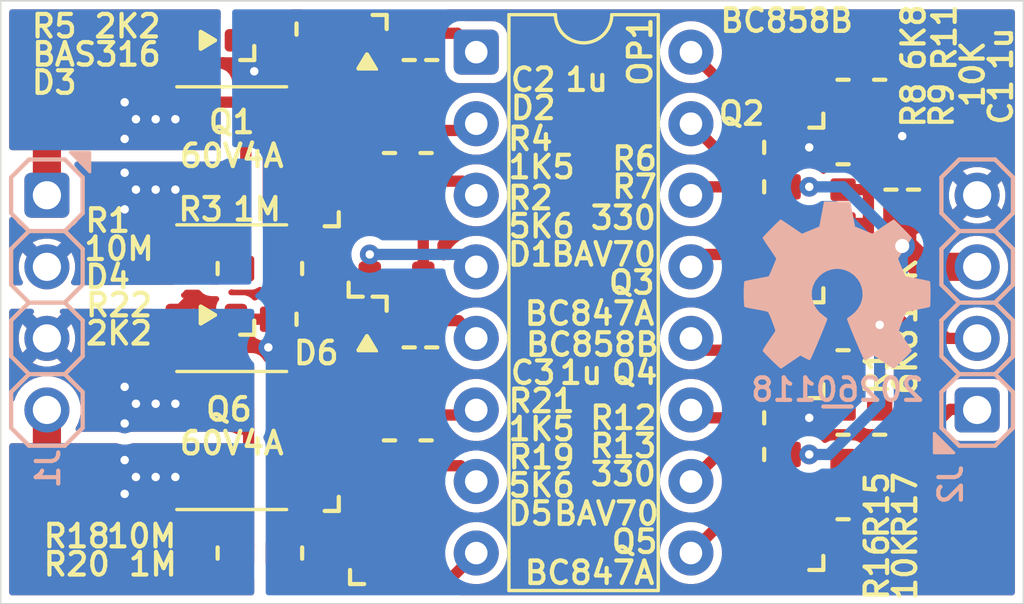
<source format=kicad_pcb>
(kicad_pcb (version 20241229) (generator "pcbnew") (generator_version "9.0")
  (layers (0 "F.Cu" mixed) (2 "B.Cu" mixed) (13 "F.Paste" user) (15 "B.Paste" user) (5 "F.SilkS" user "F.Silkscreen") (7 "B.SilkS" user "B.Silkscreen") (1 "F.Mask" user) (3 "B.Mask" user) (25 "Edge.Cuts" user))
  (net 0 "")
  (net 1 "/GND")
  (net 2 "/V3.3")
  (net 3 "/dual_nmos_switch/SW_S1")
  (net 4 "Net-(D2-K)")
  (net 5 "Net-(D1-K2)")
  (net 6 "/dual_nmos_switch/SW_G1")
  (net 7 "Net-(D3-K)")
  (net 8 "/AC2_OUT")
  (net 9 "/AC1_IN")
  (net 10 "/AC1_OUT")
  (net 11 "/AC2_IN")
  (net 12 "/SW1")
  (net 13 "/SW2")
  (net 14 "Net-(OP1B-E2)")
  (net 15 "Net-(OP1A-E1)")
  (net 16 "Net-(OP1B-C2-Pad14)")
  (net 17 "Net-(OP1A-C1-Pad2)")
  (net 18 "Net-(Q2-C)")
  (net 19 "Net-(Q2-B)")
  (net 20 "Net-(Q3-B)")
  (net 21 "Net-(D6-K)")
  (net 22 "Net-(D4-K)")
  (net 23 "Net-(D5-K2)")
  (net 24 "Net-(OP1D-E4)")
  (net 25 "Net-(OP1C-E3)")
  (net 26 "Net-(OP1C-C3-Pad6)")
  (net 27 "Net-(Q4-C)")
  (net 28 "Net-(OP1D-C4-Pad10)")
  (net 29 "Net-(Q4-B)")
  (net 30 "Net-(Q5-B)")
  (net 31 "/dual_nmos_switch/SW_S2")
  (net 32 "/dual_nmos_switch/SW_G2")
  (footprint "SquantorDiodes:SOD-323-nexperia-hand" (layer "F.Cu") (at 37.3 31.4 180)
    (property "Reference" "D3" (at 5.4 -1.5 0) (layer "F.SilkS") (effects (font (size 0.8 0.8))))
    (property "Value" "BAS316" (at 3.9 -0.5 0) (layer "F.SilkS") (effects (font (size 0.8 0.8))))
    (pad "1" smd roundrect (at -1.05 0 180) (size 0.8 0.8) (layers "F.Cu" "F.Mask" "F.Paste") (roundrect_rratio 0.2) (net 7 "Net-(D3-K)"))
    (pad "2" smd roundrect (at 1.05 0 180) (size 0.8 0.8) (layers "F.Cu" "F.Mask" "F.Paste") (roundrect_rratio 0.2) (net 1 "/GND"))
  )
  (footprint "SquantorIC:SOT23-3" (layer "F.Cu") (at 57.4 42.4 180)
    (property "Reference" "Q4" (at 4.9 -0.8 180) (layer "F.SilkS") (effects (font (size 0.8 0.8))))
    (property "Value" "BC858B" (at 6.4 0.2 180) (layer "F.SilkS") (effects (font (size 0.8 0.8))))
    (pad "1" smd roundrect (at -1 -0.95 90) (size 0.8 0.9) (layers "F.Cu" "F.Mask" "F.Paste") (roundrect_rratio 0.2) (net 29 "Net-(Q4-B)"))
    (pad "2" smd roundrect (at -1 0.95 90) (size 0.8 0.9) (layers "F.Cu" "F.Mask" "F.Paste") (roundrect_rratio 0.2) (net 2 "/V3.3"))
    (pad "3" smd roundrect (at 1 0 90) (size 0.8 0.9) (layers "F.Cu" "F.Mask" "F.Paste") (roundrect_rratio 0.2) (net 27 "Net-(Q4-C)"))
  )
  (footprint "SquantorIC:SOT23-3" (layer "F.Cu") (at 57.4 48.5 180)
    (property "Reference" "Q5" (at 4.9 -0.7 0) (layer "F.SilkS") (effects (font (size 0.8 0.8))))
    (property "Value" "BC847A" (at 6.5 -1.8 0) (layer "F.SilkS") (effects (font (size 0.8 0.8))))
    (pad "1" smd roundrect (at -1 -0.95 90) (size 0.8 0.9) (layers "F.Cu" "F.Mask" "F.Paste") (roundrect_rratio 0.2) (net 30 "Net-(Q5-B)"))
    (pad "2" smd roundrect (at -1 0.95 90) (size 0.8 0.9) (layers "F.Cu" "F.Mask" "F.Paste") (roundrect_rratio 0.2) (net 1 "/GND"))
    (pad "3" smd roundrect (at 1 0 90) (size 0.8 0.9) (layers "F.Cu" "F.Mask" "F.Paste") (roundrect_rratio 0.2) (net 24 "Net-(OP1D-E4)"))
  )
  (footprint "SquantorResistor:R_0603_hand" (layer "F.Cu") (at 61.2 45.4 90)
    (property "Reference" "R17" (at -2.5 0.9 270) (layer "F.SilkS") (effects (font (size 0.8 0.8))))
    (property "Value" "10K")
    (pad "1" smd roundrect (at -0.9 0 90) (size 0.8 0.9) (layers "F.Cu" "F.Mask" "F.Paste") (roundrect_rratio 0.1428571429) (net 13 "/SW2"))
    (pad "2" smd roundrect (at 0.9 0 90) (size 0.8 0.9) (layers "F.Cu" "F.Mask" "F.Paste") (roundrect_rratio 0.1428571429) (net 2 "/V3.3"))
  )
  (footprint "SquantorDiodes:SOD-323-nexperia-hand" (layer "F.Cu") (at 43 42.2 -90)
    (property "Reference" "D6" (at 0.3 1.8 0) (layer "F.SilkS") (effects (font (size 0.8 0.8))))
    (property "Value" "BZT52C18")
    (pad "1" smd roundrect (at -1.05 0 270) (size 0.8 0.8) (layers "F.Cu" "F.Mask" "F.Paste") (roundrect_rratio 0.2) (net 21 "Net-(D6-K)"))
    (pad "2" smd roundrect (at 1.05 0 270) (size 0.8 0.8) (layers "F.Cu" "F.Mask" "F.Paste") (roundrect_rratio 0.2) (net 31 "/dual_nmos_switch/SW_S2"))
  )
  (footprint "SquantorResistor:R_0603_hand" (layer "F.Cu") (at 45.1 35.4 -90)
    (property "Reference" "R4" (at -0.5 -3.7 180) (layer "F.SilkS") (effects (font (size 0.8 0.8))))
    (property "Value" "1K5" (at 0.5 -4.1 180) (layer "F.SilkS") (effects (font (size 0.8 0.8))))
    (pad "1" smd roundrect (at -0.9 0 270) (size 0.8 0.9) (layers "F.Cu" "F.Mask" "F.Paste") (roundrect_rratio 0.1428571429) (net 17 "Net-(OP1A-C1-Pad2)"))
    (pad "2" smd roundrect (at 0.9 0 270) (size 0.8 0.9) (layers "F.Cu" "F.Mask" "F.Paste") (roundrect_rratio 0.1428571429) (net 5 "Net-(D1-K2)"))
  )
  (footprint "SquantorResistor:R_0603_hand" (layer "F.Cu") (at 59.9 32.8 90)
    (property "Reference" "R8" (at -0.9 2.5 90) (layer "F.SilkS") (effects (font (size 0.8 0.8))))
    (property "Value" "6K8" (at 1.5 2.5 90) (layer "F.SilkS") (effects (font (size 0.8 0.8))))
    (pad "1" smd roundrect (at -0.9 0 90) (size 0.8 0.9) (layers "F.Cu" "F.Mask" "F.Paste") (roundrect_rratio 0.1428571429) (net 19 "Net-(Q2-B)"))
    (pad "2" smd roundrect (at 0.9 0 90) (size 0.8 0.9) (layers "F.Cu" "F.Mask" "F.Paste") (roundrect_rratio 0.1428571429) (net 2 "/V3.3"))
  )
  (footprint "SquantorResistor:R_0603_hand" (layer "F.Cu") (at 57.1 44.8 180)
    (property "Reference" "R12" (at 5 0 0) (layer "F.SilkS") (effects (font (size 0.8 0.8))))
    (property "Value" "330" (at 5 -2 0) (layer "F.SilkS") (effects (font (size 0.8 0.8))))
    (pad "1" smd roundrect (at -0.9 0 180) (size 0.8 0.9) (layers "F.Cu" "F.Mask" "F.Paste") (roundrect_rratio 0.1428571429) (net 1 "/GND"))
    (pad "2" smd roundrect (at 0.9 0 180) (size 0.8 0.9) (layers "F.Cu" "F.Mask" "F.Paste") (roundrect_rratio 0.1428571429) (net 25 "Net-(OP1C-E3)"))
  )
  (footprint "SquantorIC:SOT23-3" (layer "F.Cu") (at 44.05 38.7 90)
    (property "Reference" "D1" (at -0.3 4.75 180) (layer "F.SilkS") (effects (font (size 0.8 0.8))))
    (property "Value" "BAV70" (at -0.3 7.35 180) (layer "F.SilkS") (effects (font (size 0.8 0.8))))
    (pad "1" smd roundrect (at -1 -0.95) (size 0.8 0.9) (layers "F.Cu" "F.Mask" "F.Paste") (roundrect_rratio 0.2) (net 3 "/dual_nmos_switch/SW_S1"))
    (pad "2" smd roundrect (at -1 0.95) (size 0.8 0.9) (layers "F.Cu" "F.Mask" "F.Paste") (roundrect_rratio 0.2) (net 5 "Net-(D1-K2)"))
    (pad "3" smd roundrect (at 1 0) (size 0.8 0.9) (layers "F.Cu" "F.Mask" "F.Paste") (roundrect_rratio 0.2) (net 6 "/dual_nmos_switch/SW_G1"))
  )
  (footprint "SquantorResistor:R_0603_hand" (layer "F.Cu") (at 61.2 32.8 90)
    (property "Reference" "R11" (at 1.5 2.3 90) (layer "F.SilkS") (effects (font (size 0.8 0.8))))
    (property "Value" "10K" (at 0.2 3.3 90) (layer "F.SilkS") (effects (font (size 0.8 0.8))))
    (pad "1" smd roundrect (at -0.9 0 90) (size 0.8 0.9) (layers "F.Cu" "F.Mask" "F.Paste") (roundrect_rratio 0.1428571429) (net 12 "/SW1"))
    (pad "2" smd roundrect (at 0.9 0 90) (size 0.8 0.9) (layers "F.Cu" "F.Mask" "F.Paste") (roundrect_rratio 0.1428571429) (net 2 "/V3.3"))
  )
  (footprint "SquantorResistor:R_0603_hand" (layer "F.Cu") (at 59.9 35.8 -90)
    (property "Reference" "R9" (at -2.1 -3.5 270) (layer "F.SilkS") (effects (font (size 0.8 0.8))))
    (property "Value" "10K")
    (pad "1" smd roundrect (at -0.9 0 270) (size 0.8 0.9) (layers "F.Cu" "F.Mask" "F.Paste") (roundrect_rratio 0.1428571429) (net 19 "Net-(Q2-B)"))
    (pad "2" smd roundrect (at 0.9 0 270) (size 0.8 0.9) (layers "F.Cu" "F.Mask" "F.Paste") (roundrect_rratio 0.1428571429) (net 12 "/SW1"))
  )
  (footprint "SquantorResistor:R_0603_hand" (layer "F.Cu") (at 57.1 35.2 180)
    (property "Reference" "R6" (at 4.6 -0.4 0) (layer "F.SilkS") (effects (font (size 0.8 0.8))))
    (property "Value" "330")
    (pad "1" smd roundrect (at -0.9 0 180) (size 0.8 0.9) (layers "F.Cu" "F.Mask" "F.Paste") (roundrect_rratio 0.1428571429) (net 1 "/GND"))
    (pad "2" smd roundrect (at 0.9 0 180) (size 0.8 0.9) (layers "F.Cu" "F.Mask" "F.Paste") (roundrect_rratio 0.1428571429) (net 15 "Net-(OP1A-E1)"))
  )
  (footprint "SquantorDiodes:SOD-323-nexperia-hand" (layer "F.Cu") (at 37.3 41.15 180)
    (property "Reference" "D4" (at 3.5 1.35 0) (layer "F.SilkS") (effects (font (size 0.8 0.8))))
    (property "Value" "BAS316")
    (pad "1" smd roundrect (at -1.05 0 180) (size 0.8 0.8) (layers "F.Cu" "F.Mask" "F.Paste") (roundrect_rratio 0.2) (net 22 "Net-(D4-K)"))
    (pad "2" smd roundrect (at 1.05 0 180) (size 0.8 0.8) (layers "F.Cu" "F.Mask" "F.Paste") (roundrect_rratio 0.2) (net 1 "/GND"))
  )
  (footprint "SquantorResistor:R_0603_hand" (layer "F.Cu") (at 57.1 36.6)
    (property "Reference" "R7" (at -4.6 0 0) (layer "F.SilkS") (effects (font (size 0.8 0.8))))
    (property "Value" "330" (at -5 1.1 0) (layer "F.SilkS") (effects (font (size 0.8 0.8))))
    (pad "1" smd roundrect (at -0.9 0) (size 0.8 0.9) (layers "F.Cu" "F.Mask" "F.Paste") (roundrect_rratio 0.1428571429) (net 16 "Net-(OP1B-C2-Pad14)"))
    (pad "2" smd roundrect (at 0.9 0) (size 0.8 0.9) (layers "F.Cu" "F.Mask" "F.Paste") (roundrect_rratio 0.1428571429) (net 2 "/V3.3"))
  )
  (footprint "SquantorResistor:R_0603_hand" (layer "F.Cu") (at 43.8 45.6 -90)
    (property "Reference" "R19" (at 0.6 -5.4 180) (layer "F.SilkS") (effects (font (size 0.8 0.8))))
    (property "Value" "5K6" (at 1.6 -5.4 180) (layer "F.SilkS") (effects (font (size 0.8 0.8))))
    (pad "1" smd roundrect (at -0.9 0 270) (size 0.8 0.9) (layers "F.Cu" "F.Mask" "F.Paste") (roundrect_rratio 0.1428571429) (net 32 "/dual_nmos_switch/SW_G2"))
    (pad "2" smd roundrect (at 0.9 0 270) (size 0.8 0.9) (layers "F.Cu" "F.Mask" "F.Paste") (roundrect_rratio 0.1428571429) (net 23 "Net-(D5-K2)"))
  )
  (footprint "SquantorResistor:R_0603_hand" (layer "F.Cu") (at 57.1 46.1)
    (property "Reference" "R13" (at -5 -0.3 0) (layer "F.SilkS") (effects (font (size 0.8 0.8))))
    (property "Value" "330")
    (pad "1" smd roundrect (at -0.9 0) (size 0.8 0.9) (layers "F.Cu" "F.Mask" "F.Paste") (roundrect_rratio 0.1428571429) (net 28 "Net-(OP1D-C4-Pad10)"))
    (pad "2" smd roundrect (at 0.9 0) (size 0.8 0.9) (layers "F.Cu" "F.Mask" "F.Paste") (roundrect_rratio 0.1428571429) (net 2 "/V3.3"))
  )
  (footprint "SquantorIC:SOT23-3" (layer "F.Cu") (at 57.4 32.8 180)
    (property "Reference" "Q2" (at 1.1 -1.2 0) (layer "F.SilkS") (effects (font (size 0.8 0.8))))
    (property "Value" "BC858B" (at -0.5 2.1 0) (layer "F.SilkS") (effects (font (size 0.8 0.8))))
    (pad "1" smd roundrect (at -1 -0.95 90) (size 0.8 0.9) (layers "F.Cu" "F.Mask" "F.Paste") (roundrect_rratio 0.2) (net 19 "Net-(Q2-B)"))
    (pad "2" smd roundrect (at -1 0.95 90) (size 0.8 0.9) (layers "F.Cu" "F.Mask" "F.Paste") (roundrect_rratio 0.2) (net 2 "/V3.3"))
    (pad "3" smd roundrect (at 1 0 90) (size 0.8 0.9) (layers "F.Cu" "F.Mask" "F.Paste") (roundrect_rratio 0.2) (net 18 "Net-(Q2-C)"))
  )
  (footprint "SquantorDiodes:SOD-323-nexperia-hand" (layer "F.Cu") (at 43 32.2 -90)
    (property "Reference" "D2" (at 1.6 -5.9 0) (layer "F.SilkS") (effects (font (size 0.8 0.8))))
    (property "Value" "BZT52C18")
    (pad "1" smd roundrect (at -1.05 0 270) (size 0.8 0.8) (layers "F.Cu" "F.Mask" "F.Paste") (roundrect_rratio 0.2) (net 4 "Net-(D2-K)"))
    (pad "2" smd roundrect (at 1.05 0 270) (size 0.8 0.8) (layers "F.Cu" "F.Mask" "F.Paste") (roundrect_rratio 0.2) (net 3 "/dual_nmos_switch/SW_S1"))
  )
  (footprint "SquantorResistor:R_0603_hand" (layer "F.Cu") (at 40.7 49.6 180)
    (property "Reference" "R20" (at 8 -0.4 0) (layer "F.SilkS") (effects (font (size 0.8 0.8))))
    (property "Value" "1M" (at 5.3 -0.4 0) (layer "F.SilkS") (effects (font (size 0.8 0.8))))
    (pad "1" smd roundrect (at -0.9 0 180) (size 0.8 0.9) (layers "F.Cu" "F.Mask" "F.Paste") (roundrect_rratio 0.1428571429) (net 32 "/dual_nmos_switch/SW_G2"))
    (pad "2" smd roundrect (at 0.9 0 180) (size 0.8 0.9) (layers "F.Cu" "F.Mask" "F.Paste") (roundrect_rratio 0.1428571429) (net 31 "/dual_nmos_switch/SW_S2"))
  )
  (footprint "SquantorResistor:R_0603_hand" (layer "F.Cu") (at 59.9 45.4 -90)
    (property "Reference" "R15" (at 2.5 -1.2 270) (layer "F.SilkS") (effects (font (size 0.8 0.8))))
    (property "Value" "10K")
    (pad "1" smd roundrect (at -0.9 0 270) (size 0.8 0.9) (layers "F.Cu" "F.Mask" "F.Paste") (roundrect_rratio 0.1428571429) (net 29 "Net-(Q4-B)"))
    (pad "2" smd roundrect (at 0.9 0 270) (size 0.8 0.9) (layers "F.Cu" "F.Mask" "F.Paste") (roundrect_rratio 0.1428571429) (net 13 "/SW2"))
  )
  (footprint "SquantorIC:SOT23-3" (layer "F.Cu") (at 57.4 39 180)
    (property "Reference" "Q3" (at 5 -1 180) (layer "F.SilkS") (effects (font (size 0.8 0.8))))
    (property "Value" "BC847A" (at 6.5 -2.1 180) (layer "F.SilkS") (effects (font (size 0.8 0.8))))
    (pad "1" smd roundrect (at -1 -0.95 90) (size 0.8 0.9) (layers "F.Cu" "F.Mask" "F.Paste") (roundrect_rratio 0.2) (net 20 "Net-(Q3-B)"))
    (pad "2" smd roundrect (at -1 0.95 90) (size 0.8 0.9) (layers "F.Cu" "F.Mask" "F.Paste") (roundrect_rratio 0.2) (net 1 "/GND"))
    (pad "3" smd roundrect (at 1 0 90) (size 0.8 0.9) (layers "F.Cu" "F.Mask" "F.Paste") (roundrect_rratio 0.2) (net 14 "Net-(OP1B-E2)"))
  )
  (footprint "SquantorResistor:R_0603_hand" (layer "F.Cu") (at 37.7 39.5 180)
    (property "Reference" "R1" (at 3.9 1.7 0) (layer "F.SilkS") (effects (font (size 0.8 0.8))))
    (property "Value" "10M" (at 3.5 0.7 0) (layer "F.SilkS") (effects (font (size 0.8 0.8))))
    (pad "1" smd roundrect (at -0.9 0 180) (size 0.8 0.9) (layers "F.Cu" "F.Mask" "F.Paste") (roundrect_rratio 0.1428571429) (net 9 "/AC1_IN"))
    (pad "2" smd roundrect (at 0.9 0 180) (size 0.8 0.9) (layers "F.Cu" "F.Mask" "F.Paste") (roundrect_rratio 0.1428571429) (net 10 "/AC1_OUT"))
  )
  (footprint "SquantorResistor:R_0603_hand" (layer "F.Cu") (at 59.9 38.8 90)
    (property "Reference" "R10" (at -1.6 1.2 270) (layer "F.SilkS") (effects (font (size 0.8 0.8))))
    (property "Value" "10K" (at -1.5 2.2 90) (layer "F.SilkS") (effects (font (size 0.8 0.8))))
    (pad "1" smd roundrect (at -0.9 0 90) (size 0.8 0.9) (layers "F.Cu" "F.Mask" "F.Paste") (roundrect_rratio 0.1428571429) (net 20 "Net-(Q3-B)"))
    (pad "2" smd roundrect (at 0.9 0 90) (size 0.8 0.9) (layers "F.Cu" "F.Mask" "F.Paste") (roundrect_rratio 0.1428571429) (net 12 "/SW1"))
  )
  (footprint "SquantorIC:SOIC-8" (layer "F.Cu") (at 38.2 45.605 180)
    (property "Reference" "Q6" (at 0.1 1.105 0) (layer "F.SilkS") (effects (font (size 0.8 0.8))))
    (property "Value" "60V4A" (at 0 -0.095 0) (layer "F.SilkS") (effects (font (size 0.8 0.8))))
    (pad "1" smd roundrect (at -2.7 -1.905 270) (size 0.6 1.55) (layers "F.Cu" "F.Mask" "F.Paste") (roundrect_rratio 0.4) (net 31 "/dual_nmos_switch/SW_S2"))
    (pad "2" smd roundrect (at -2.7 -0.635 270) (size 0.6 1.55) (layers "F.Cu" "F.Mask" "F.Paste") (roundrect_rratio 0.2) (net 32 "/dual_nmos_switch/SW_G2"))
    (pad "3" smd roundrect (at -2.7 0.635 270) (size 0.6 1.55) (layers "F.Cu" "F.Mask" "F.Paste") (roundrect_rratio 0.2) (net 31 "/dual_nmos_switch/SW_S2"))
    (pad "4" smd roundrect (at -2.7 1.905 270) (size 0.6 1.55) (layers "F.Cu" "F.Mask" "F.Paste") (roundrect_rratio 0.2) (net 32 "/dual_nmos_switch/SW_G2"))
    (pad "5" smd roundrect (at 2.7 1.905 270) (size 0.6 1.55) (layers "F.Cu" "F.Mask" "F.Paste") (roundrect_rratio 0.2) (net 11 "/AC2_IN"))
    (pad "6" smd roundrect (at 2.7 0.635 270) (size 0.6 1.55) (layers "F.Cu" "F.Mask" "F.Paste") (roundrect_rratio 0.2) (net 11 "/AC2_IN"))
    (pad "7" smd roundrect (at 2.7 -0.635 270) (size 0.6 1.55) (layers "F.Cu" "F.Mask" "F.Paste") (roundrect_rratio 0.2) (net 8 "/AC2_OUT"))
    (pad "8" smd roundrect (at 2.7 -1.905 270) (size 0.6 1.55) (layers "F.Cu" "F.Mask" "F.Paste") (roundrect_rratio 0.2) (net 8 "/AC2_OUT"))
  )
  (footprint "SquantorResistor:R_0603_hand" (layer "F.Cu") (at 59.9 48.4 90)
    (property "Reference" "R16" (at -1.7 1.2 270) (layer "F.SilkS") (effects (font (size 0.8 0.8))))
    (property "Value" "10K" (at -1.7 2.2 270) (layer "F.SilkS") (effects (font (size 0.8 0.8))))
    (pad "1" smd roundrect (at -0.9 0 90) (size 0.8 0.9) (layers "F.Cu" "F.Mask" "F.Paste") (roundrect_rratio 0.1428571429) (net 30 "Net-(Q5-B)"))
    (pad "2" smd roundrect (at 0.9 0 90) (size 0.8 0.9) (layers "F.Cu" "F.Mask" "F.Paste") (roundrect_rratio 0.1428571429) (net 13 "/SW2"))
  )
  (footprint "SquantorCapacitor:C_0805+0603" (layer "F.Cu") (at 44.9 42.3 -90)
    (property "Reference" "C3" (at 0.9 -4 180) (layer "F.SilkS") (effects (font (size 0.8 0.8))))
    (property "Value" "1u" (at 0.9 -5.7 180) (layer "F.SilkS") (effects (font (size 0.8 0.8))))
    (pad "1" smd roundrect (at -0.95 0 270) (size 1.3 1.35) (layers "F.Cu" "F.Mask" "F.Paste") (roundrect_rratio 0.2) (net 21 "Net-(D6-K)"))
    (pad "2" smd roundrect (at 0.95 0 270) (size 1.3 1.35) (layers "F.Cu" "F.Mask" "F.Paste") (roundrect_rratio 0.2) (net 31 "/dual_nmos_switch/SW_S2"))
  )
  (footprint "SquantorIC:SOIC-8" (layer "F.Cu") (at 38.2 35.5 180)
    (property "Reference" "Q1" (at 0 1.2 0) (layer "F.SilkS") (effects (font (size 0.8 0.8))))
    (property "Value" "60V4A" (at 0 0 0) (layer "F.SilkS") (effects (font (size 0.8 0.8))))
    (pad "1" smd roundrect (at -2.7 -1.905 270) (size 0.6 1.55) (layers "F.Cu" "F.Mask" "F.Paste") (roundrect_rratio 0.4) (net 3 "/dual_nmos_switch/SW_S1"))
    (pad "2" smd roundrect (at -2.7 -0.635 270) (size 0.6 1.55) (layers "F.Cu" "F.Mask" "F.Paste") (roundrect_rratio 0.2) (net 6 "/dual_nmos_switch/SW_G1"))
    (pad "3" smd roundrect (at -2.7 0.635 270) (size 0.6 1.55) (layers "F.Cu" "F.Mask" "F.Paste") (roundrect_rratio 0.2) (net 3 "/dual_nmos_switch/SW_S1"))
    (pad "4" smd roundrect (at -2.7 1.905 270) (size 0.6 1.55) (layers "F.Cu" "F.Mask" "F.Paste") (roundrect_rratio 0.2) (net 6 "/dual_nmos_switch/SW_G1"))
    (pad "5" smd roundrect (at 2.7 1.905 270) (size 0.6 1.55) (layers "F.Cu" "F.Mask" "F.Paste") (roundrect_rratio 0.2) (net 9 "/AC1_IN"))
    (pad "6" smd roundrect (at 2.7 0.635 270) (size 0.6 1.55) (layers "F.Cu" "F.Mask" "F.Paste") (roundrect_rratio 0.2) (net 9 "/AC1_IN"))
    (pad "7" smd roundrect (at 2.7 -0.635 270) (size 0.6 1.55) (layers "F.Cu" "F.Mask" "F.Paste") (roundrect_rratio 0.2) (net 10 "/AC1_OUT"))
    (pad "8" smd roundrect (at 2.7 -1.905 270) (size 0.6 1.55) (layers "F.Cu" "F.Mask" "F.Paste") (roundrect_rratio 0.2) (net 10 "/AC1_OUT"))
  )
  (footprint "SquantorCapacitor:C_0805+0603" (layer "F.Cu") (at 62 36.7 90)
    (property "Reference" "C1" (at 3.1 3.5 90) (layer "F.SilkS") (effects (font (size 0.8 0.8))))
    (property "Value" "1u" (at 5 3.5 90) (layer "F.SilkS") (effects (font (size 0.8 0.8))))
    (pad "1" smd roundrect (at -0.95 0 90) (size 1.3 1.35) (layers "F.Cu" "F.Mask" "F.Paste") (roundrect_rratio 0.2) (net 2 "/V3.3"))
    (pad "2" smd roundrect (at 0.95 0 90) (size 1.3 1.35) (layers "F.Cu" "F.Mask" "F.Paste") (roundrect_rratio 0.2) (net 1 "/GND"))
  )
  (footprint "SquantorResistor:R_0603_hand" (layer "F.Cu") (at 43.8 35.4 -90)
    (property "Reference" "R2" (at 1.6 -5 180) (layer "F.SilkS") (effects (font (size 0.8 0.8))))
    (property "Value" "5K6" (at 2.6 -5.4 180) (layer "F.SilkS") (effects (font (size 0.8 0.8))))
    (pad "1" smd roundrect (at -0.9 0 270) (size 0.8 0.9) (layers "F.Cu" "F.Mask" "F.Paste") (roundrect_rratio 0.1428571429) (net 6 "/dual_nmos_switch/SW_G1"))
    (pad "2" smd roundrect (at 0.9 0 270) (size 0.8 0.9) (layers "F.Cu" "F.Mask" "F.Paste") (roundrect_rratio 0.1428571429) (net 5 "Net-(D1-K2)"))
  )
  (footprint "SquantorResistor:R_0603_hand" (layer "F.Cu") (at 40.5 31 180)
    (property "Reference" "R5" (at 8.6 0.1 0) (layer "F.SilkS") (effects (font (size 0.8 0.8))))
    (property "Value" "2K2" (at 6 0.1 0) (layer "F.SilkS") (effects (font (size 0.8 0.8))))
    (pad "1" smd roundrect (at -0.9 0 180) (size 0.8 0.9) (layers "F.Cu" "F.Mask" "F.Paste") (roundrect_rratio 0.1428571429) (net 4 "Net-(D2-K)"))
    (pad "2" smd roundrect (at 0.9 0 180) (size 0.8 0.9) (layers "F.Cu" "F.Mask" "F.Paste") (roundrect_rratio 0.1428571429) (net 7 "Net-(D3-K)"))
  )
  (footprint "SquantorIC:DIP-16_W7.62mm" (layer "F.Cu") (at 50.69 40.71)
    (property "Reference" "OP1" (at 2.01 -8.91 90) (layer "F.SilkS") (effects (font (size 0.8 0.8))))
    (property "Value" "TLP521-4")
    (pad "1" thru_hole roundrect (at -3.81 -8.89) (size 1.6 1.6) (drill 0.8) (layers "*.Cu" "*.Mask") (roundrect_rratio 0.15625) (net 4 "Net-(D2-K)"))
    (pad "2" thru_hole circle (at -3.81 -6.35) (size 1.6 1.6) (drill 0.8) (layers "*.Cu" "*.Mask") (net 17 "Net-(OP1A-C1-Pad2)"))
    (pad "3" thru_hole circle (at -3.81 -3.81) (size 1.6 1.6) (drill 0.8) (layers "*.Cu" "*.Mask") (net 5 "Net-(D1-K2)"))
    (pad "4" thru_hole circle (at -3.81 -1.27) (size 1.6 1.6) (drill 0.8) (layers "*.Cu" "*.Mask") (net 3 "/dual_nmos_switch/SW_S1"))
    (pad "5" thru_hole circle (at -3.81 1.27) (size 1.6 1.6) (drill 0.8) (layers "*.Cu" "*.Mask") (net 21 "Net-(D6-K)"))
    (pad "6" thru_hole circle (at -3.81 3.81) (size 1.6 1.6) (drill 0.8) (layers "*.Cu" "*.Mask") (net 26 "Net-(OP1C-C3-Pad6)"))
    (pad "7" thru_hole circle (at -3.81 6.35) (size 1.6 1.6) (drill 0.8) (layers "*.Cu" "*.Mask") (net 23 "Net-(D5-K2)"))
    (pad "8" thru_hole circle (at -3.81 8.89) (size 1.6 1.6) (drill 0.8) (layers "*.Cu" "*.Mask") (net 31 "/dual_nmos_switch/SW_S2"))
    (pad "9" thru_hole circle (at 3.81 8.89) (size 1.6 1.6) (drill 0.8) (layers "*.Cu" "*.Mask") (net 24 "Net-(OP1D-E4)"))
    (pad "10" thru_hole circle (at 3.81 6.35) (size 1.6 1.6) (drill 0.8) (layers "*.Cu" "*.Mask") (net 28 "Net-(OP1D-C4-Pad10)"))
    (pad "11" thru_hole circle (at 3.81 3.81) (size 1.6 1.6) (drill 0.8) (layers "*.Cu" "*.Mask") (net 25 "Net-(OP1C-E3)"))
    (pad "12" thru_hole circle (at 3.81 1.27) (size 1.6 1.6) (drill 0.8) (layers "*.Cu" "*.Mask") (net 27 "Net-(Q4-C)"))
    (pad "13" thru_hole circle (at 3.81 -1.27) (size 1.6 1.6) (drill 0.8) (layers "*.Cu" "*.Mask") (net 14 "Net-(OP1B-E2)"))
    (pad "14" thru_hole circle (at 3.81 -3.81) (size 1.6 1.6) (drill 0.8) (layers "*.Cu" "*.Mask") (net 16 "Net-(OP1B-C2-Pad14)"))
    (pad "15" thru_hole circle (at 3.81 -6.35) (size 1.6 1.6) (drill 0.8) (layers "*.Cu" "*.Mask") (net 15 "Net-(OP1A-E1)"))
    (pad "16" thru_hole circle (at 3.81 -8.89) (size 1.6 1.6) (drill 0.8) (layers "*.Cu" "*.Mask") (net 18 "Net-(Q2-C)"))
  )
  (footprint "SquantorCapacitor:C_0805+0603" (layer "F.Cu") (at 44.9 32.1 -90)
    (property "Reference" "C2" (at 0.7 -4 180) (layer "F.SilkS") (effects (font (size 0.8 0.8))))
    (property "Value" "1u" (at 0.7 -5.9 180) (layer "F.SilkS") (effects (font (size 0.8 0.8))))
    (pad "1" smd roundrect (at -0.95 0 270) (size 1.3 1.35) (layers "F.Cu" "F.Mask" "F.Paste") (roundrect_rratio 0.2) (net 4 "Net-(D2-K)"))
    (pad "2" smd roundrect (at 0.95 0 270) (size 1.3 1.35) (layers "F.Cu" "F.Mask" "F.Paste") (roundrect_rratio 0.2) (net 3 "/dual_nmos_switch/SW_S1"))
  )
  (footprint "SquantorResistor:R_0603_hand" (layer "F.Cu") (at 40.5 41.3 180)
    (property "Reference" "R22" (at 6.3 0.5 0) (layer "F.SilkS") (effects (font (size 0.8 0.8))))
    (property "Value" "2K2" (at 6.3 -0.5 0) (layer "F.SilkS") (effects (font (size 0.8 0.8))))
    (pad "1" smd roundrect (at -0.9 0 180) (size 0.8 0.9) (layers "F.Cu" "F.Mask" "F.Paste") (roundrect_rratio 0.1428571429) (net 21 "Net-(D6-K)"))
    (pad "2" smd roundrect (at 0.9 0 180) (size 0.8 0.9) (layers "F.Cu" "F.Mask" "F.Paste") (roundrect_rratio 0.1428571429) (net 22 "Net-(D4-K)"))
  )
  (footprint "SquantorResistor:R_0603_hand" (layer "F.Cu") (at 40.7 39.5 180)
    (property "Reference" "R3" (at 3.6 2.1 0) (layer "F.SilkS") (effects (font (size 0.8 0.8))))
    (property "Value" "1M" (at 1.6 2.1 0) (layer "F.SilkS") (effects (font (size 0.8 0.8))))
    (pad "1" smd roundrect (at -0.9 0 180) (size 0.8 0.9) (layers "F.Cu" "F.Mask" "F.Paste") (roundrect_rratio 0.1428571429) (net 6 "/dual_nmos_switch/SW_G1"))
    (pad "2" smd roundrect (at 0.9 0 180) (size 0.8 0.9) (layers "F.Cu" "F.Mask" "F.Paste") (roundrect_rratio 0.1428571429) (net 3 "/dual_nmos_switch/SW_S1"))
  )
  (footprint "SquantorResistor:R_0603_hand" (layer "F.Cu") (at 59.9 42.4 90)
    (property "Reference" "R14" (at -0.4 1.2 90) (layer "F.SilkS") (effects (font (size 0.8 0.8))))
    (property "Value" "6K8" (at -0.4 2.2 90) (layer "F.SilkS") (effects (font (size 0.8 0.8))))
    (pad "1" smd roundrect (at -0.9 0 90) (size 0.8 0.9) (layers "F.Cu" "F.Mask" "F.Paste") (roundrect_rratio 0.1428571429) (net 29 "Net-(Q4-B)"))
    (pad "2" smd roundrect (at 0.9 0 90) (size 0.8 0.9) (layers "F.Cu" "F.Mask" "F.Paste") (roundrect_rratio 0.1428571429) (net 2 "/V3.3"))
  )
  (footprint "SquantorIC:SOT23-3" (layer "F.Cu") (at 44.1 48.9 90)
    (property "Reference" "D5" (at 0.7 4.7 180) (layer "F.SilkS") (effects (font (size 0.8 0.8))))
    (property "Value" "BAV70" (at 0.7 7.4 180) (layer "F.SilkS") (effects (font (size 0.8 0.8))))
    (pad "1" smd roundrect (at -1 -0.95) (size 0.8 0.9) (layers "F.Cu" "F.Mask" "F.Paste") (roundrect_rratio 0.2) (net 31 "/dual_nmos_switch/SW_S2"))
    (pad "2" smd roundrect (at -1 0.95) (size 0.8 0.9) (layers "F.Cu" "F.Mask" "F.Paste") (roundrect_rratio 0.2) (net 23 "Net-(D5-K2)"))
    (pad "3" smd roundrect (at 1 0) (size 0.8 0.9) (layers "F.Cu" "F.Mask" "F.Paste") (roundrect_rratio 0.2) (net 32 "/dual_nmos_switch/SW_G2"))
  )
  (footprint "SquantorResistor:R_0603_hand" (layer "F.Cu") (at 37.7 49.6 180)
    (property "Reference" "R18" (at 5 0.6 0) (layer "F.SilkS") (effects (font (size 0.8 0.8))))
    (property "Value" "10M" (at 2.7 0.6 0) (layer "F.SilkS") (effects (font (size 0.8 0.8))))
    (pad "1" smd roundrect (at -0.9 0 180) (size 0.8 0.9) (layers "F.Cu" "F.Mask" "F.Paste") (roundrect_rratio 0.1428571429) (net 11 "/AC2_IN"))
    (pad "2" smd roundrect (at 0.9 0 180) (size 0.8 0.9) (layers "F.Cu" "F.Mask" "F.Paste") (roundrect_rratio 0.1428571429) (net 8 "/AC2_OUT"))
  )
  (footprint "SquantorResistor:R_0603_hand" (layer "F.Cu") (at 45.1 45.6 -90)
    (property "Reference" "R21" (at -1.4 -4.1 180) (layer "F.SilkS") (effects (font (size 0.8 0.8))))
    (property "Value" "1K5" (at -0.4 -4.1 180) (layer "F.SilkS") (effects (font (size 0.8 0.8))))
    (pad "1" smd roundrect (at -0.9 0 270) (size 0.8 0.9) (layers "F.Cu" "F.Mask" "F.Paste") (roundrect_rratio 0.1428571429) (net 26 "Net-(OP1C-C3-Pad6)"))
    (pad "2" smd roundrect (at 0.9 0 270) (size 0.8 0.9) (layers "F.Cu" "F.Mask" "F.Paste") (roundrect_rratio 0.1428571429) (net 23 "Net-(D5-K2)"))
  )
  (footprint "SquantorLabels:Label_Generic" (layer "B.Cu") (at 59.7 43.8 180)
    (property "Reference" "N2" (hide yes))
    (property "Value" "20260118" (at 0 0 0) (layer "B.SilkS") (effects (font (size 0.8 0.8)) (justify mirror)))
  )
  (footprint "Symbol:OSHW-Symbol_6.7x6mm_SilkScreen" (layer "B.Cu") (at 59.7 40.1 180)
    (property "Reference" "N1" (hide yes))
    (property "Value" "OHWLOGO" (hide yes))
  )
  (footprint "SquantorConnectors:Header-0254-1X04-H010" (layer "B.Cu") (at 31.64 40.71 -90)
    (property "Reference" "J1" (at 5.89 -0.04 90) (layer "B.SilkS") (effects (font (size 0.8 0.8) (thickness 0.15) (bold yes)) (justify mirror)))
    (property "Value" "Conn_01x04")
    (pad "1" thru_hole roundrect (at -3.81 0 90) (size 1.6 1.6) (drill 1) (layers "*.Cu" "*.Mask") (roundrect_rratio 0.15) (net 9 "/AC1_IN"))
    (pad "2" thru_hole circle (at -1.27 0 90) (size 1.6 1.6) (drill 1) (layers "*.Cu" "*.Mask") (net 10 "/AC1_OUT"))
    (pad "3" thru_hole circle (at 1.27 0 90) (size 1.6 1.6) (drill 1) (layers "*.Cu" "*.Mask") (net 11 "/AC2_IN"))
    (pad "4" thru_hole circle (at 3.81 0 90) (size 1.6 1.6) (drill 1) (layers "*.Cu" "*.Mask") (net 8 "/AC2_OUT"))
  )
  (footprint "SquantorConnectors:Header-0254-1X04-H010" (layer "B.Cu") (at 64.66 40.71 90)
    (property "Reference" "J2" (at -6.46 -0.94 90) (layer "B.SilkS") (effects (font (size 0.8 0.8) (thickness 0.15) (bold yes)) (justify mirror)))
    (property "Value" "Conn_01x04")
    (pad "1" thru_hole roundrect (at -3.81 0 270) (size 1.6 1.6) (drill 1) (layers "*.Cu" "*.Mask") (roundrect_rratio 0.15) (net 13 "/SW2"))
    (pad "2" thru_hole circle (at -1.27 0 270) (size 1.6 1.6) (drill 1) (layers "*.Cu" "*.Mask") (net 12 "/SW1"))
    (pad "3" thru_hole circle (at 1.27 0 270) (size 1.6 1.6) (drill 1) (layers "*.Cu" "*.Mask") (net 2 "/V3.3"))
    (pad "4" thru_hole circle (at 3.81 0 270) (size 1.6 1.6) (drill 1) (layers "*.Cu" "*.Mask") (net 1 "/GND"))
  )
  (gr_line (start 30 30) (end 30 51.4) (stroke (width 0.05)) (layer "Edge.Cuts"))
  (gr_line (start 66.3 51.4) (end 66.3 30) (stroke (width 0.05)) (layer "Edge.Cuts"))
  (gr_line (start 66.3 30) (end 30 30) (stroke (width 0.05)) (layer "Edge.Cuts"))
  (gr_line (start 66.3 51.4) (end 30 51.4) (stroke (width 0.05)) (layer "Edge.Cuts"))
  (segment (start 37.901 32.201) (end 37.9 32.2) (width 0.4) (layer "F.Cu") (net 1))
  (segment (start 58 44.8) (end 58.7 44.8) (width 0.4) (layer "F.Cu") (net 1))
  (segment (start 36.9 31.4) (end 36.25 31.4) (width 0.4) (layer "F.Cu") (net 1))
  (segment (start 62 35.75) (end 62 34.8) (width 0.4) (layer "F.Cu") (net 1))
  (segment (start 39 32.5) (end 38.701 32.201) (width 0.4) (layer "F.Cu") (net 1))
  (segment (start 58 35.2) (end 58.7 35.2) (width 0.4) (layer "F.Cu") (net 1))
  (segment (start 36.25 41.15) (end 37.05 41.15) (width 0.4) (layer "F.Cu") (net 1))
  (segment (start 38.701 32.201) (end 37.901 32.201) (width 0.4) (layer "F.Cu") (net 1))
  (segment (start 37.05 41.15) (end 38.2 42.3) (width 0.4) (layer "F.Cu") (net 1))
  (segment (start 37.7 32.2) (end 36.9 31.4) (width 0.4) (layer "F.Cu") (net 1))
  (segment (start 37.9 32.2) (end 37.7 32.2) (width 0.4) (layer "F.Cu") (net 1))
  (segment (start 38.2 42.3) (end 39.5 42.3) (width 0.4) (layer "F.Cu") (net 1))
  (via (at 62 34.8) (size 0.7) (drill 0.3) (layers "F.Cu" "B.Cu") (net 1))
  (via (at 58.7 44.8) (size 0.7) (drill 0.3) (layers "F.Cu" "B.Cu") (net 1))
  (via (at 58.7 35.2) (size 0.7) (drill 0.3) (layers "F.Cu" "B.Cu") (net 1))
  (via (at 39.5 42.3) (size 0.7) (drill 0.3) (layers "F.Cu" "B.Cu") (net 1))
  (via (at 39 32.5) (size 0.7) (drill 0.3) (layers "F.Cu" "B.Cu") (net 1))
  (segment (start 61.2 31.9) (end 62.6 31.9) (width 0.4) (layer "F.Cu") (net 2))
  (segment (start 63.1 37.3) (end 62.75 37.65) (width 0.4) (layer "F.Cu") (net 2))
  (segment (start 62.6 31.9) (end 63.1 32.4) (width 0.4) (layer "F.Cu") (net 2))
  (segment (start 59.1 41.5) (end 59.9 41.5) (width 0.4) (layer "F.Cu") (net 2))
  (segment (start 59.9 41.5) (end 61.2 41.5) (width 0.4) (layer "F.Cu") (net 2))
  (segment (start 62 38.7) (end 62 37.65) (width 1) (layer "F.Cu") (net 2))
  (segment (start 63.1 32.4) (end 63.1 37.3) (width 0.4) (layer "F.Cu") (net 2))
  (segment (start 61.2 41.7) (end 61.2 44.5) (width 0.4) (layer "F.Cu") (net 2))
  (segment (start 58 36.6) (end 58.7 36.6) (width 0.4) (layer "F.Cu") (net 2))
  (segment (start 62.75 37.65) (end 62 37.65) (width 0.4) (layer "F.Cu") (net 2))
  (segment (start 59.05 41.45) (end 59.1 41.5) (width 0.4) (layer "F.Cu") (net 2))
  (segment (start 61.2 31.9) (end 59.9 31.9) (width 0.4) (layer "F.Cu") (net 2))
  (segment (start 58 46.1) (end 58.7 46.1) (width 0.4) (layer "F.Cu") (net 2))
  (segment (start 64.66 39.44) (end 62.74 39.44) (width 1) (layer "F.Cu") (net 2))
  (segment (start 59.05 31.85) (end 59.1 31.9) (width 0.4) (layer "F.Cu") (net 2))
  (segment (start 62.74 39.44) (end 62 38.7) (width 1) (layer "F.Cu") (net 2))
  (segment (start 58.4 31.85) (end 59.05 31.85) (width 0.4) (layer "F.Cu") (net 2))
  (segment (start 59.1 31.9) (end 59.9 31.9) (width 0.4) (layer "F.Cu") (net 2))
  (segment (start 58.4 41.45) (end 59.05 41.45) (width 0.4) (layer "F.Cu") (net 2))
  (via (at 58.7 46.1) (size 0.7) (drill 0.3) (layers "F.Cu" "B.Cu") (net 2))
  (via (at 61.2 41.5) (size 0.7) (drill 0.3) (layers "F.Cu" "B.Cu") (net 2))
  (via (at 62 38.7) (size 0.9) (drill 0.5) (layers "F.Cu" "B.Cu") (net 2))
  (via (at 58.7 36.6) (size 0.7) (drill 0.3) (layers "F.Cu" "B.Cu") (net 2))
  (segment (start 58.7 46.1) (end 59.4 46.1) (width 0.4) (layer "B.Cu") (net 2))
  (segment (start 62 40.7) (end 61.2 41.5) (width 0.4) (layer "B.Cu") (net 2))
  (segment (start 59.4 46.1) (end 61.2 44.3) (width 0.4) (layer "B.Cu") (net 2))
  (segment (start 62 38.7) (end 62 40.7) (width 0.4) (layer "B.Cu") (net 2))
  (segment (start 59.9 36.6) (end 58.7 36.6) (width 0.4) (layer "B.Cu") (net 2))
  (segment (start 61.2 44.3) (end 61.2 41.5) (width 0.4) (layer "B.Cu") (net 2))
  (segment (start 62 38.7) (end 59.9 36.6) (width 0.4) (layer "B.Cu") (net 2))
  (segment (start 43 33.25) (end 42.35 33.25) (width 0.4) (layer "F.Cu") (net 3))
  (segment (start 40.9 37.405) (end 39.505 37.405) (width 0.4) (layer "F.Cu") (net 3))
  (segment (start 43.85 33.05) (end 43.65 33.25) (width 0.4) (layer "F.Cu") (net 3))
  (segment (start 42.35 33.25) (end 41.9 32.8) (width 0.4) (layer "F.Cu") (net 3))
  (segment (start 41.1 40.4) (end 40.7 40) (width 0.4) (layer "F.Cu") (net 3))
  (segment (start 44.9 33.05) (end 43.85 33.05) (width 0.4) (layer "F.Cu") (net 3))
  (segment (start 40.9 34.865) (end 39.535 34.865) (width 0.4) (layer "F.Cu") (net 3))
  (segment (start 43.1 39.7) (end 42.4 40.4) (width 0.4) (layer "F.Cu") (net 3))
  (segment (start 42.4 40.4) (end 41.1 40.4) (width 0.4) (layer "F.Cu") (net 3))
  (segment (start 40.7 39.8) (end 40.4 39.5) (width 0.4) (layer "F.Cu") (net 3))
  (segment (start 39.5 33.3) (end 39.5 34.9) (width 0.4) (layer "F.Cu") (net 3))
  (segment (start 40 32.8) (end 39.5 33.3) (width 0.4) (layer "F.Cu") (net 3))
  (segment (start 39.505 37.405) (end 39.5 37.4) (width 0.4) (layer "F.Cu") (net 3))
  (segment (start 39.5 37.4) (end 39.5 38) (width 0.4) (layer "F.Cu") (net 3))
  (segment (start 43.1 39) (end 43.1 39.7) (width 0.4) (layer "F.Cu") (net 3))
  (segment (start 39.5 34.9) (end 39.5 37.4) (width 0.4) (layer "F.Cu") (net 3))
  (segment (start 40.7 40) (end 40.7 39.8) (width 0.4) (layer "F.Cu") (net 3))
  (segment (start 39.535 34.865) (end 39.5 34.9) (width 0.4) (layer "F.Cu") (net 3))
  (segment (start 39.5 38) (end 39.8 38.3) (width 0.4) (layer "F.Cu") (net 3))
  (segment (start 39.8 38.3) (end 39.8 39.5) (width 0.4) (layer "F.Cu") (net 3))
  (segment (start 41.9 32.8) (end 40 32.8) (width 0.4) (layer "F.Cu") (net 3))
  (segment (start 40.4 39.5) (end 39.8 39.5) (width 0.4) (layer "F.Cu") (net 3))
  (segment (start 43.65 33.25) (end 43 33.25) (width 0.4) (layer "F.Cu") (net 3))
  (via (at 43.1 39) (size 0.7) (drill 0.3) (layers "F.Cu" "B.Cu") (net 3))
  (segment (start 46.44 39) (end 46.88 39.44) (width 0.4) (layer "B.Cu") (net 3))
  (segment (start 43.1 39) (end 46.44 39) (width 0.4) (layer "B.Cu") (net 3))
  (segment (start 41.4 31) (end 42.1 31) (width 0.4) (layer "F.Cu") (net 4))
  (segment (start 42.1 31) (end 42.25 31.15) (width 0.4) (layer "F.Cu") (net 4))
  (segment (start 42.25 31.15) (end 43 31.15) (width 0.4) (layer "F.Cu") (net 4))
  (segment (start 44.9 31.15) (end 46.21 31.15) (width 0.4) (layer "F.Cu") (net 4))
  (segment (start 46.21 31.15) (end 46.88 31.82) (width 0.4) (layer "F.Cu") (net 4))
  (segment (start 43 31.15) (end 44.9 31.15) (width 0.4) (layer "F.Cu") (net 4))
  (segment (start 45 36.4) (end 45.1 36.3) (width 0.4) (layer "F.Cu") (net 5))
  (segment (start 43.9 36.4) (end 45 36.4) (width 0.4) (layer "F.Cu") (net 5))
  (segment (start 43.8 36.3) (end 43.9 36.4) (width 0.4) (layer "F.Cu") (net 5))
  (segment (start 45.2 36.4) (end 46.38 36.4) (width 0.4) (layer "F.Cu") (net 5))
  (segment (start 46.38 36.4) (end 46.88 36.9) (width 0.4) (layer "F.Cu") (net 5))
  (segment (start 45.1 36.3) (end 45.2 36.4) (width 0.4) (layer "F.Cu") (net 5))
  (segment (start 45.1 38.3) (end 45.1 36.3) (width 0.4) (layer "F.Cu") (net 5))
  (segment (start 45 38.4) (end 45.1 38.3) (width 0.4) (layer "F.Cu") (net 5))
  (segment (start 45 39.7) (end 45 38.4) (width 0.4) (layer "F.Cu") (net 5))
  (segment (start 43.7 34.6) (end 42.3 34.6) (width 0.4) (layer "F.Cu") (net 6))
  (segment (start 44.05 37.7) (end 44.05 37.8) (width 0.4) (layer "F.Cu") (net 6))
  (segment (start 42.265 36.135) (end 42.3 36.1) (width 0.4) (layer "F.Cu") (net 6))
  (segment (start 40.9 33.595) (end 41.795 33.595) (width 0.4) (layer "F.Cu") (net 6))
  (segment (start 43.8 34.5) (end 43.7 34.6) (width 0.4) (layer "F.Cu") (net 6))
  (segment (start 41.6 39) (end 41.6 39.5) (width 0.4) (layer "F.Cu") (net 6))
  (segment (start 42.3 37.9) (end 42.3 38.3) (width 0.4) (layer "F.Cu") (net 6))
  (segment (start 41.795 33.595) (end 42.3 34.1) (width 0.4) (layer "F.Cu") (net 6))
  (segment (start 42.3 34.6) (end 42.3 36.1) (width 0.4) (layer "F.Cu") (net 6))
  (segment (start 40.9 36.135) (end 42.265 36.135) (width 0.4) (layer "F.Cu") (net 6))
  (segment (start 42.3 38.3) (end 41.6 39) (width 0.4) (layer "F.Cu") (net 6))
  (segment (start 42.3 34.1) (end 42.3 34.6) (width 0.4) (layer "F.Cu") (net 6))
  (segment (start 44.05 37.8) (end 43.95 37.9) (width 0.4) (layer "F.Cu") (net 6))
  (segment (start 43.95 37.9) (end 42.3 37.9) (width 0.4) (layer "F.Cu") (net 6))
  (segment (start 42.3 36.1) (end 42.3 37.9) (width 0.4) (layer "F.Cu") (net 6))
  (segment (start 38.35 31.4) (end 39.2 31.4) (width 0.4) (layer "F.Cu") (net 7))
  (segment (start 39.2 31.4) (end 39.6 31) (width 0.4) (layer "F.Cu") (net 7))
  (segment (start 32.1 46.9) (end 34.8 46.9) (width 1) (layer "F.Cu") (net 8))
  (segment (start 31.64 46.44) (end 32.1 46.9) (width 1) (layer "F.Cu") (net 8))
  (segment (start 31.64 44.52) (end 31.64 46.44) (width 1) (layer "F.Cu") (net 8))
  (via (at 34.4 46.3) (size 0.7) (drill 0.3) (layers "F.Cu" "B.Cu") (net 8))
  (via (at 36.2 46.9) (size 0.7) (drill 0.3) (layers "F.Cu" "B.Cu") (net 8))
  (via (at 34.8 46.9) (size 0.7) (drill 0.3) (layers "F.Cu" "B.Cu") (net 8))
  (via (at 35.5 46.9) (size 0.7) (drill 0.3) (layers "F.Cu" "B.Cu") (net 8))
  (via (at 34.4 47.5) (size 0.7) (drill 0.3) (layers "F.Cu" "B.Cu") (net 8))
  (segment (start 31.64 34.66) (end 32.1 34.2) (width 1) (layer "F.Cu") (net 9))
  (segment (start 32.1 34.2) (end 34.8 34.2) (width 1) (layer "F.Cu") (net 9))
  (segment (start 38.7 33.8) (end 38.495 33.595) (width 0.4) (layer "F.Cu") (net 9))
  (segment (start 38.7 39.4) (end 38.7 33.8) (width 0.4) (layer "F.Cu") (net 9))
  (segment (start 38.495 33.595) (end 35.5 33.595) (width 0.4) (layer "F.Cu") (net 9))
  (segment (start 31.64 36.9) (end 31.64 34.66) (width 1) (layer "F.Cu") (net 9))
  (segment (start 38.6 39.5) (end 38.7 39.4) (width 0.4) (layer "F.Cu") (net 9))
  (via (at 34.4 33.6) (size 0.7) (drill 0.3) (layers "F.Cu" "B.Cu") (net 9))
  (via (at 34.4 34.9) (size 0.7) (drill 0.3) (layers "F.Cu" "B.Cu") (net 9))
  (via (at 36.2 34.2) (size 0.7) (drill 0.3) (layers "F.Cu" "B.Cu") (net 9))
  (via (at 35.5 34.2) (size 0.7) (drill 0.3) (layers "F.Cu" "B.Cu") (net 9))
  (via (at 34.8 34.2) (size 0.7) (drill 0.3) (layers "F.Cu" "B.Cu") (net 9))
  (via (at 34.4 37.4) (size 0.7) (drill 0.3) (layers "F.Cu" "B.Cu") (net 10))
  (via (at 35.5 36.7) (size 0.7) (drill 0.3) (layers "F.Cu" "B.Cu") (net 10))
  (via (at 34.8 36.7) (size 0.7) (drill 0.3) (layers "F.Cu" "B.Cu") (net 10))
  (via (at 34.4 36.1) (size 0.7) (drill 0.3) (layers "F.Cu" "B.Cu") (net 10))
  (via (at 36.2 36.7) (size 0.7) (drill 0.3) (layers "F.Cu" "B.Cu") (net 10))
  (segment (start 38.8 44.5) (end 38.6 44.3) (width 0.4) (layer "F.Cu") (net 11))
  (segment (start 38.6 44.3) (end 36.2 44.3) (width 0.4) (layer "F.Cu") (net 11))
  (segment (start 38.6 49.6) (end 38.8 49.4) (width 0.4) (layer "F.Cu") (net 11))
  (segment (start 38.8 49.4) (end 38.8 44.5) (width 0.4) (layer "F.Cu") (net 11))
  (via (at 35.5 44.3) (size 0.7) (drill 0.3) (layers "F.Cu" "B.Cu") (net 11))
  (via (at 34.4 45) (size 0.7) (drill 0.3) (layers "F.Cu" "B.Cu") (net 11))
  (via (at 36.2 44.3) (size 0.7) (drill 0.3) (layers "F.Cu" "B.Cu") (net 11))
  (via (at 34.4 43.7) (size 0.7) (drill 0.3) (layers "F.Cu" "B.Cu") (net 11))
  (via (at 34.8 44.3) (size 0.7) (drill 0.3) (layers "F.Cu" "B.Cu") (net 11))
  (segment (start 60.8 37.9) (end 60.8 39.2) (width 0.4) (layer "F.Cu") (net 12))
  (segment (start 60.8 39.2) (end 63.58 41.98) (width 0.4) (layer "F.Cu") (net 12))
  (segment (start 61.2 34.4) (end 61.2 33.7) (width 0.4) (layer "F.Cu") (net 12))
  (segment (start 63.58 41.98) (end 64.66 41.98) (width 0.4) (layer "F.Cu") (net 12))
  (segment (start 59.9 36.7) (end 60.8 36.7) (width 0.4) (layer "F.Cu") (net 12))
  (segment (start 60.8 37.9) (end 60.8 36.7) (width 0.4) (layer "F.Cu") (net 12))
  (segment (start 59.9 37.9) (end 60.8 37.9) (width 0.4) (layer "F.Cu") (net 12))
  (segment (start 60.8 34.8) (end 61.2 34.4) (width 0.4) (layer "F.Cu") (net 12))
  (segment (start 60.8 36.7) (end 60.8 34.8) (width 0.4) (layer "F.Cu") (net 12))
  (segment (start 61.2 46.3) (end 61.9 46.3) (width 0.4) (layer "F.Cu") (net 13))
  (segment (start 61.2 46.3) (end 59.9 46.3) (width 0.4) (layer "F.Cu") (net 13))
  (segment (start 64.4 44.5) (end 64.42 44.52) (width 0.4) (layer "F.Cu") (net 13))
  (segment (start 59.9 47.5) (end 59.9 46.3) (width 0.4) (layer "F.Cu") (net 13))
  (segment (start 64.42 44.52) (end 64.66 44.52) (width 0.4) (layer "F.Cu") (net 13))
  (segment (start 63.7 44.5) (end 64.4 44.5) (width 0.4) (layer "F.Cu") (net 13))
  (segment (start 61.9 46.3) (end 63.7 44.5) (width 0.4) (layer "F.Cu") (net 13))
  (segment (start 54.5 39.44) (end 54.94 39) (width 0.4) (layer "F.Cu") (net 14))
  (segment (start 54.94 39) (end 56.4 39) (width 0.4) (layer "F.Cu") (net 14))
  (segment (start 54.5 34.36) (end 55.34 35.2) (width 0.4) (layer "F.Cu") (net 15))
  (segment (start 55.34 35.2) (end 56.2 35.2) (width 0.4) (layer "F.Cu") (net 15))
  (segment (start 54.5 36.9) (end 54.8 36.6) (width 0.4) (layer "F.Cu") (net 16))
  (segment (start 54.8 36.6) (end 56.2 36.6) (width 0.4) (layer "F.Cu") (net 16))
  (segment (start 45.1 34.5) (end 45.2 34.6) (width 0.4) (layer "F.Cu") (net 17))
  (segment (start 45.2 34.6) (end 46.64 34.6) (width 0.4) (layer "F.Cu") (net 17))
  (segment (start 46.64 34.6) (end 46.88 34.36) (width 0.4) (layer "F.Cu") (net 17))
  (segment (start 55.48 32.8) (end 56.4 32.8) (width 0.4) (layer "F.Cu") (net 18))
  (segment (start 54.5 31.82) (end 55.48 32.8) (width 0.4) (layer "F.Cu") (net 18))
  (segment (start 59.9 34.9) (end 59.9 33.7) (width 0.4) (layer "F.Cu") (net 19))
  (segment (start 59.15 33.75) (end 59.2 33.7) (width 0.4) (layer "F.Cu") (net 19))
  (segment (start 58.4 33.75) (end 59.15 33.75) (width 0.4) (layer "F.Cu") (net 19))
  (segment (start 59.2 33.7) (end 59.9 33.7) (width 0.4) (layer "F.Cu") (net 19))
  (segment (start 58.4 39.95) (end 59.05 39.95) (width 0.4) (layer "F.Cu") (net 20))
  (segment (start 59.05 39.95) (end 59.3 39.7) (width 0.4) (layer "F.Cu") (net 20))
  (segment (start 59.3 39.7) (end 59.9 39.7) (width 0.4) (layer "F.Cu") (net 20))
  (segment (start 43.75 41.25) (end 43.1 41.25) (width 0.4) (layer "F.Cu") (net 21))
  (segment (start 46.88 41.98) (end 46.25 41.35) (width 0.4) (layer "F.Cu") (net 21))
  (segment (start 42.9 41.25) (end 42.25 41.25) (width 0.4) (layer "F.Cu") (net 21))
  (segment (start 42.25 41.25) (end 42.2 41.3) (width 0.4) (layer "F.Cu") (net 21))
  (segment (start 43 41.15) (end 42.9 41.25) (width 0.4) (layer "F.Cu") (net 21))
  (segment (start 43.1 41.25) (end 43 41.15) (width 0.4) (layer "F.Cu") (net 21))
  (segment (start 43.85 41.35) (end 43.75 41.25) (width 0.4) (layer "F.Cu") (net 21))
  (segment (start 46.25 41.35) (end 44.9 41.35) (width 0.4) (layer "F.Cu") (net 21))
  (segment (start 42.2 41.3) (end 41.4 41.3) (width 0.4) (layer "F.Cu") (net 21))
  (segment (start 44.9 41.35) (end 43.85 41.35) (width 0.4) (layer "F.Cu") (net 21))
  (segment (start 39.6 41.3) (end 38.75 41.3) (width 0.4) (layer "F.Cu") (net 22))
  (segment (start 38.65 41.4) (end 38.55 41.4) (width 0.4) (layer "F.Cu") (net 22))
  (segment (start 38.55 41.4) (end 38.35 41.2) (width 0.4) (layer "F.Cu") (net 22))
  (segment (start 38.75 41.3) (end 38.65 41.4) (width 0.4) (layer "F.Cu") (net 22))
  (segment (start 38.35 41.2) (end 38.35 41.15) (width 0.4) (layer "F.Cu") (net 22))
  (segment (start 45.1 46.5) (end 43.8 46.5) (width 0.4) (layer "F.Cu") (net 23))
  (segment (start 45.05 49.9) (end 45.05 46.55) (width 0.4) (layer "F.Cu") (net 23))
  (segment (start 46.32 46.5) (end 45.1 46.5) (width 0.4) (layer "F.Cu") (net 23))
  (segment (start 45.05 46.55) (end 45.1 46.5) (width 0.4) (layer "F.Cu") (net 23))
  (segment (start 46.88 47.06) (end 46.32 46.5) (width 0.4) (layer "F.Cu") (net 23))
  (segment (start 56.4 48.5) (end 55.6 48.5) (width 0.4) (layer "F.Cu") (net 24))
  (segment (start 55.6 48.5) (end 54.5 49.6) (width 0.4) (layer "F.Cu") (net 24))
  (segment (start 54.5 44.52) (end 54.78 44.8) (width 0.4) (layer "F.Cu") (net 25))
  (segment (start 54.78 44.8) (end 56.2 44.8) (width 0.4) (layer "F.Cu") (net 25))
  (segment (start 46.88 44.52) (end 46.7 44.7) (width 0.4) (layer "F.Cu") (net 26))
  (segment (start 46.7 44.7) (end 45.1 44.7) (width 0.4) (layer "F.Cu") (net 26))
  (segment (start 54.5 41.98) (end 54.92 42.4) (width 0.4) (layer "F.Cu") (net 27))
  (segment (start 54.92 42.4) (end 56.4 42.4) (width 0.4) (layer "F.Cu") (net 27))
  (segment (start 56.2 46.1) (end 55.46 46.1) (width 0.4) (layer "F.Cu") (net 28))
  (segment (start 55.46 46.1) (end 54.5 47.06) (width 0.4) (layer "F.Cu") (net 28))
  (segment (start 58.4 43.35) (end 59.05 43.35) (width 0.4) (layer "F.Cu") (net 29))
  (segment (start 59.9 43.3) (end 59.9 44.5) (width 0.4) (layer "F.Cu") (net 29))
  (segment (start 59.05 43.35) (end 59.1 43.3) (width 0.4) (layer "F.Cu") (net 29))
  (segment (start 59.1 43.3) (end 59.9 43.3) (width 0.4) (layer "F.Cu") (net 29))
  (segment (start 58.4 49.45) (end 59.05 49.45) (width 0.4) (layer "F.Cu") (net 30))
  (segment (start 59.2 49.3) (end 59.9 49.3) (width 0.4) (layer "F.Cu") (net 30))
  (segment (start 59.05 49.45) (end 59.2 49.3) (width 0.4) (layer "F.Cu") (net 30))
  (segment (start 39.71 47.51) (end 39.7 47.5) (width 0.4) (layer "F.Cu") (net 31))
  (segment (start 43.1 50.8) (end 45.68 50.8) (width 0.4) (layer "F.Cu") (net 31))
  (segment (start 43.15 50.75) (end 43.1 50.8) (width 0.4) (layer "F.Cu") (net 31))
  (segment (start 39.73 44.97) (end 39.7 45) (width 0.4) (layer "F.Cu") (net 31))
  (segment (start 40 43) (end 39.7 43.3) (width 0.4) (layer "F.Cu") (net 31))
  (segment (start 39.8 49.6) (end 39.8 50.6) (width 0.4) (layer "F.Cu") (net 31))
  (segment (start 43.15 49.9) (end 43.15 50.75) (width 0.4) (layer "F.Cu") (net 31))
  (segment (start 40 50.8) (end 43.1 50.8) (width 0.4) (layer "F.Cu") (net 31))
  (segment (start 44.9 43.25) (end 43.8 43.25) (width 0.4) (layer "F.Cu") (net 31))
  (segment (start 39.8 50.6) (end 40 50.8) (width 0.4) (layer "F.Cu") (net 31))
  (segment (start 42.65 43.35) (end 42.3 43) (width 0.4) (layer "F.Cu") (net 31))
  (segment (start 42.3 43) (end 40 43) (width 0.4) (layer "F.Cu") (net 31))
  (segment (start 43.7 43.35) (end 43.1 43.35) (width 0.4) (layer "F.Cu") (net 31))
  (segment (start 39.7 47.5) (end 39.7 48.1) (width 0.4) (layer "F.Cu") (net 31))
  (segment (start 40.9 47.51) (end 39.71 47.51) (width 0.4) (layer "F.Cu") (net 31))
  (segment (start 42.9 43.35) (end 42.65 43.35) (width 0.4) (layer "F.Cu") (net 31))
  (segment (start 39.7 43.3) (end 39.7 45) (width 0.4) (layer "F.Cu") (net 31))
  (segment (start 45.68 50.8) (end 46.88 49.6) (width 0.4) (layer "F.Cu") (net 31))
  (segment (start 43.8 43.25) (end 43.7 43.35) (width 0.4) (layer "F.Cu") (net 31))
  (segment (start 43.1 43.35) (end 43 43.25) (width 0.4) (layer "F.Cu") (net 31))
  (segment (start 39.7 48.1) (end 39.8 48.2) (width 0.4) (layer "F.Cu") (net 31))
  (segment (start 43 43.25) (end 42.9 43.35) (width 0.4) (layer "F.Cu") (net 31))
  (segment (start 39.7 45) (end 39.7 47.5) (width 0.4) (layer "F.Cu") (net 31))
  (segment (start 39.8 48.2) (end 39.8 49.6) (width 0.4) (layer "F.Cu") (net 31))
  (segment (start 40.9 44.97) (end 39.73 44.97) (width 0.4) (layer "F.Cu") (net 31))
  (segment (start 40.9 43.7) (end 42.072192 43.7) (width 0.4) (layer "F.Cu") (net 32))
  (segment (start 42.3 47.9) (end 42.3 48.1) (width 0.4) (layer "F.Cu") (net 32))
  (segment (start 44.1 47.9) (end 42.3 47.9) (width 0.4) (layer "F.Cu") (net 32))
  (segment (start 42.072192 43.7) (end 42.3 43.927808) (width 0.4) (layer "F.Cu") (net 32))
  (segment (start 41.8 48.3) (end 41.6 48.5) (width 0.4) (layer "F.Cu") (net 32))
  (segment (start 42.3 44.7) (end 42.3 46.3) (width 0.4) (layer "F.Cu") (net 32))
  (segment (start 42.3 46.3) (end 42.3 47.9) (width 0.4) (layer "F.Cu") (net 32))
  (segment (start 43.8 44.7) (end 42.3 44.7) (width 0.4) (layer "F.Cu") (net 32))
  (segment (start 42.3 43.927808) (end 42.3 44.7) (width 0.4) (layer "F.Cu") (net 32))
  (segment (start 42.24 46.24) (end 42.3 46.3) (width 0.4) (layer "F.Cu") (net 32))
  (segment (start 40.9 46.24) (end 42.24 46.24) (width 0.4) (layer "F.Cu") (net 32))
  (segment (start 42.1 48.3) (end 41.8 48.3) (width 0.4) (layer "F.Cu") (net 32))
  (segment (start 41.6 48.5) (end 41.6 49.6) (width 0.4) (layer "F.Cu") (net 32))
  (segment (start 42.3 48.1) (end 42.1 48.3) (width 0.4) (layer "F.Cu") (net 32))
  (zone (net 11) (net_name "/AC2_IN") (layers "F.Cu" "B.Cu") (priority 1) (connect_pads (clearance 0.4)) (min_thickness 0.2) (fill yes (thermal_gap 0.2) (thermal_bridge_width 0.5))
    (polygon (pts (xy 39 45.4) (xy 30 45.4) (xy 30 40.93) (xy 39 40.93)))
  )
  (zone (net 8) (net_name "/AC2_OUT") (layers "F.Cu" "B.Cu") (priority 1) (connect_pads (clearance 0.4)) (min_thickness 0.2) (fill yes (thermal_gap 0.2) (thermal_bridge_width 0.5))
    (polygon (pts (xy 39 51.4) (xy 30 51.4) (xy 30 45.7) (xy 39 45.7)))
  )
  (zone (net 1) (net_name "/GND") (layers "F.Cu" "B.Cu") (connect_pads (clearance 0.3)) (min_thickness 0.2) (fill yes (thermal_gap 0.2) (thermal_bridge_width 0.5))
    (polygon (pts (xy 30 30) (xy 66.3 30) (xy 66.3 51.4) (xy 30 51.4)))
  )
  (zone (net 10) (net_name "/AC1_OUT") (layers "F.Cu" "B.Cu") (priority 1) (connect_pads (clearance 0.4)) (min_thickness 0.2) (fill yes (thermal_gap 0.2) (thermal_bridge_width 0.5))
    (polygon (pts (xy 38.9 40.07) (xy 30 40.1) (xy 30 35.6) (xy 38.9 35.6)))
  )
  (zone (net 9) (net_name "/AC1_IN") (layers "F.Cu" "B.Cu") (priority 1) (connect_pads (clearance 0.4)) (min_thickness 0.2) (fill yes (thermal_gap 0.2) (thermal_bridge_width 0.5))
    (polygon (pts (xy 37.81 35.3) (xy 30 35.3) (xy 30 30) (xy 37.81 30)))
  )
)
</source>
